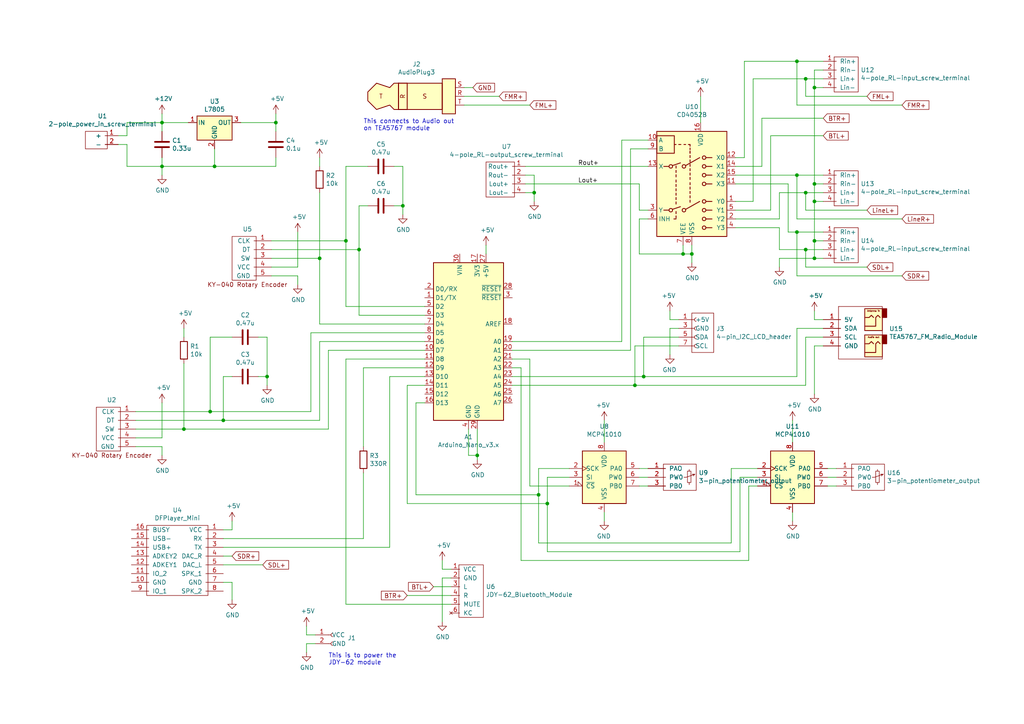
<source format=kicad_sch>
(kicad_sch (version 20211123) (generator eeschema)
  (paper "A4")
  (lib_symbols
    (symbol "Analog_Switch:CD4052B"
      (property "Reference" "U" (at -10.16 16.51 0))
      (property "Value" "CD4052B" (at 3.81 16.51 0))
      (symbol "CD4052B_0_1"
        (rectangle (start -10.16 8.89) (end -5.08 13.97) (stroke (width 0.254)))
        (rectangle (start -10.16 15.24) (end 10.16 -15.24) (stroke (width 0.254)) (fill (type background)))
        (circle (center -6.096 -7.62) (radius 0.508) (stroke (width 0.254)))
        (circle (center -6.096 5.08) (radius 0.508) (stroke (width 0.254)))
        (circle (center -2.286 -7.62) (radius 0.508) (stroke (width 0.254)))
        (circle (center -2.286 5.08) (radius 0.508) (stroke (width 0.254)))
        (polyline (pts (xy -8.128 -7.62) (xy -6.604 -7.62)) (stroke (width 0.254)))
        (polyline (pts (xy -8.128 5.08) (xy -6.604 5.08)) (stroke (width 0.254)))
        (polyline (pts (xy -5.588 -7.366) (xy -3.302 -6.604)) (stroke (width 0.254)))
        (polyline (pts (xy -5.588 5.334) (xy -3.302 6.096)) (stroke (width 0.254)))
        (polyline (pts (xy -4.572 -10.16) (xy -5.207 -10.16)) (stroke (width 0.254)))
        (polyline (pts (xy -4.572 -9.906) (xy -4.572 -9.271)) (stroke (width 0.254)))
        (polyline (pts (xy -4.572 -8.636) (xy -4.572 -8.001)) (stroke (width 0.254)))
        (polyline (pts (xy -4.572 -5.842) (xy -4.572 -5.207)) (stroke (width 0.254)))
        (polyline (pts (xy -4.572 -4.572) (xy -4.572 -3.937)) (stroke (width 0.254)))
        (polyline (pts (xy -4.572 -3.302) (xy -4.572 -2.667)) (stroke (width 0.254)))
        (polyline (pts (xy -4.572 -2.032) (xy -4.572 -1.397)) (stroke (width 0.254)))
        (polyline (pts (xy -4.572 -0.762) (xy -4.572 -0.127)) (stroke (width 0.254)))
        (polyline (pts (xy -4.572 0.508) (xy -4.572 1.143)) (stroke (width 0.254)))
        (polyline (pts (xy -4.572 2.032) (xy -4.572 2.667)) (stroke (width 0.254)))
        (polyline (pts (xy -4.572 3.302) (xy -4.572 3.937)) (stroke (width 0.254)))
        (polyline (pts (xy -4.572 4.572) (xy -4.572 5.207)) (stroke (width 0.254)))
        (polyline (pts (xy -4.572 11.43) (xy -5.08 11.43)) (stroke (width 0.254)))
        (polyline (pts (xy -3.81 11.43) (xy -3.175 11.43)) (stroke (width 0.254)))
        (polyline (pts (xy -1.778 -7.366) (xy 2.286 -5.08)) (stroke (width 0.254)))
        (polyline (pts (xy -1.778 5.334) (xy 2.286 7.62)) (stroke (width 0.254)))
        (polyline (pts (xy -1.778 11.43) (xy -2.286 11.43)) (stroke (width 0.254)))
        (polyline (pts (xy -0.508 -5.334) (xy -0.508 -4.699)) (stroke (width 0.254)))
        (polyline (pts (xy -0.508 -4.064) (xy -0.508 -3.429)) (stroke (width 0.254)))
        (polyline (pts (xy -0.508 -2.794) (xy -0.508 -2.159)) (stroke (width 0.254)))
        (polyline (pts (xy -0.508 -1.524) (xy -0.508 -0.889)) (stroke (width 0.254)))
        (polyline (pts (xy -0.508 -0.254) (xy -0.508 0.381)) (stroke (width 0.254)))
        (polyline (pts (xy -0.508 1.27) (xy -0.508 1.905)) (stroke (width 0.254)))
        (polyline (pts (xy -0.508 2.54) (xy -0.508 3.175)) (stroke (width 0.254)))
        (polyline (pts (xy -0.508 3.81) (xy -0.508 4.445)) (stroke (width 0.254)))
        (polyline (pts (xy -0.508 5.08) (xy -0.508 5.715)) (stroke (width 0.254)))
        (polyline (pts (xy -0.508 6.35) (xy -0.508 6.985)) (stroke (width 0.254)))
        (polyline (pts (xy -0.508 7.62) (xy -0.508 8.255)) (stroke (width 0.254)))
        (polyline (pts (xy -0.508 8.89) (xy -0.508 9.398)) (stroke (width 0.254)))
        (polyline (pts (xy -0.508 8.89) (xy -0.508 9.525)) (stroke (width 0.254)))
        (polyline (pts (xy -0.508 9.906) (xy -0.508 10.414)) (stroke (width 0.254)))
        (polyline (pts (xy -0.508 10.922) (xy -0.508 11.43)) (stroke (width 0.254)))
        (polyline (pts (xy -0.508 11.43) (xy -1.016 11.43)) (stroke (width 0.254)))
        (polyline (pts (xy 4.064 -12.7) (xy 5.842 -12.7)) (stroke (width 0.254)))
        (polyline (pts (xy 4.064 -10.16) (xy 5.842 -10.16)) (stroke (width 0.254)))
        (polyline (pts (xy 4.064 -7.62) (xy 5.842 -7.62)) (stroke (width 0.254)))
        (polyline (pts (xy 4.064 -5.08) (xy 5.842 -5.08)) (stroke (width 0.254)))
        (polyline (pts (xy 4.064 0) (xy 5.842 0)) (stroke (width 0.254)))
        (polyline (pts (xy 4.064 2.54) (xy 5.842 2.54)) (stroke (width 0.254)))
        (polyline (pts (xy 4.064 5.08) (xy 5.842 5.08)) (stroke (width 0.254)))
        (polyline (pts (xy 4.064 7.62) (xy 5.842 7.62)) (stroke (width 0.254)))
        (circle (center 3.556 -12.7) (radius 0.508) (stroke (width 0.254)))
        (circle (center 3.556 -10.16) (radius 0.508) (stroke (width 0.254)))
        (circle (center 3.556 -7.62) (radius 0.508) (stroke (width 0.254)))
        (circle (center 3.556 -5.08) (radius 0.508) (stroke (width 0.254)))
        (circle (center 3.556 0) (radius 0.508) (stroke (width 0.254)))
        (circle (center 3.556 2.54) (radius 0.508) (stroke (width 0.254)))
        (circle (center 3.556 5.08) (radius 0.508) (stroke (width 0.254)))
        (circle (center 3.556 7.62) (radius 0.508) (stroke (width 0.254)))
      )
      (symbol "CD4052B_1_1"
        (pin bidirectional line (at 12.7 -5.08 180) (length 2.54) (name "Y0") (number "1"))
        (pin input line (at -12.7 12.7 0) (length 2.54) (name "A") (number "10"))
        (pin bidirectional line (at 12.7 0 180) (length 2.54) (name "X3") (number "11"))
        (pin bidirectional line (at 12.7 7.62 180) (length 2.54) (name "X0") (number "12"))
        (pin bidirectional line (at -12.7 5.08 0) (length 2.54) (name "X") (number "13"))
        (pin bidirectional line (at 12.7 5.08 180) (length 2.54) (name "X1") (number "14"))
        (pin bidirectional line (at 12.7 2.54 180) (length 2.54) (name "X2") (number "15"))
        (pin power_in line (at 2.54 17.78 270) (length 2.54) (name "VDD") (number "16"))
        (pin bidirectional line (at 12.7 -10.16 180) (length 2.54) (name "Y2") (number "2"))
        (pin bidirectional line (at -12.7 -7.62 0) (length 2.54) (name "Y") (number "3"))
        (pin bidirectional line (at 12.7 -12.7 180) (length 2.54) (name "Y3") (number "4"))
        (pin bidirectional line (at 12.7 -7.62 180) (length 2.54) (name "Y1") (number "5"))
        (pin input line (at -12.7 -10.16 0) (length 2.54) (name "INH") (number "6"))
        (pin power_in line (at -2.54 -17.78 90) (length 2.54) (name "VEE") (number "7"))
        (pin power_in line (at 0 -17.78 90) (length 2.54) (name "VSS") (number "8"))
        (pin input line (at -12.7 10.16 0) (length 2.54) (name "B") (number "9"))
      )
    )
    (symbol "Connector:AudioPlug3"
      (property "Reference" "J" (at 1.27 6.35 0))
      (property "Value" "AudioPlug3" (at 1.27 -6.35 0))
      (symbol "AudioPlug3_0_0"
        (text "R" (at -2.54 0 900) (effects (font (size 1.27 1.27))))
      )
      (symbol "AudioPlug3_0_1"
        (rectangle (start -3.81 3.81) (end -1.27 -3.81) (stroke (width 0.254)))
        (rectangle (start -1.27 -1.27) (end -1.27 -1.27))
      )
      (symbol "AudioPlug3_1_0"
        (text "S" (at 3.81 0 0) (effects (font (size 1.27 1.27))))
        (text "T" (at -8.89 0 0) (effects (font (size 1.27 1.27))))
      )
      (symbol "AudioPlug3_1_1"
        (rectangle (start -3.81 3.81) (end 8.89 -3.81) (stroke (width 0.254)) (fill (type background)))
        (polyline (pts (xy -3.81 3.81) (xy -5.08 3.81) (xy -6.35 2.54) (xy -10.16 3.81) (xy -12.7 1.27) (xy -12.7 -1.27) (xy -10.16 -3.81) (xy -6.35 -2.54) (xy -5.08 -3.81) (xy -3.81 -3.81) (xy -3.81 3.81)) (stroke (width 0.254)) (fill (type background)))
        (rectangle (start 12.7 5.08) (end 8.89 -5.08) (stroke (width 0.254)) (fill (type background)))
        (pin passive line (at 15.24 0 180) (length 2.54) (name "~") (number "R"))
        (pin passive line (at 15.24 2.54 180) (length 2.54) (name "~") (number "S"))
        (pin passive line (at 15.24 -2.54 180) (length 2.54) (name "~") (number "T"))
      )
    )
    (symbol "Device:C" (pin_numbers hide) (pin_names (offset 0.254))
      (property "Reference" "C" (at 0.635 2.54 0))
      (property "Value" "C" (at 0.635 -2.54 0))
      (symbol "C_0_1"
        (polyline (pts (xy -2.032 -0.762) (xy 2.032 -0.762)) (stroke (width 0.508)))
        (polyline (pts (xy -2.032 0.762) (xy 2.032 0.762)) (stroke (width 0.508)))
      )
      (symbol "C_1_1"
        (pin passive line (at 0 3.81 270) (length 2.794) (name "~") (number "1"))
        (pin passive line (at 0 -3.81 90) (length 2.794) (name "~") (number "2"))
      )
    )
    (symbol "Device:R" (pin_numbers hide) (pin_names (offset 0))
      (property "Reference" "R" (at 2.032 0 90))
      (property "Value" "R" (at 0 0 90))
      (symbol "R_0_1"
        (rectangle (start -1.016 -2.54) (end 1.016 2.54) (stroke (width 0.254)))
      )
      (symbol "R_1_1"
        (pin passive line (at 0 3.81 270) (length 1.27) (name "~") (number "1"))
        (pin passive line (at 0 -3.81 90) (length 1.27) (name "~") (number "2"))
      )
    )
    (symbol "MCU_Module:Arduino_Nano_v3.x"
      (property "Reference" "A" (at -10.16 23.495 0))
      (property "Value" "Arduino_Nano_v3.x" (at 5.08 -24.13 0))
      (symbol "Arduino_Nano_v3.x_0_1"
        (rectangle (start -10.16 22.86) (end 10.16 -22.86) (stroke (width 0.254)) (fill (type background)))
      )
      (symbol "Arduino_Nano_v3.x_1_1"
        (pin bidirectional line (at -12.7 12.7 0) (length 2.54) (name "D1/TX") (number "1"))
        (pin bidirectional line (at -12.7 -2.54 0) (length 2.54) (name "D7") (number "10"))
        (pin bidirectional line (at -12.7 -5.08 0) (length 2.54) (name "D8") (number "11"))
        (pin bidirectional line (at -12.7 -7.62 0) (length 2.54) (name "D9") (number "12"))
        (pin bidirectional line (at -12.7 -10.16 0) (length 2.54) (name "D10") (number "13"))
        (pin bidirectional line (at -12.7 -12.7 0) (length 2.54) (name "D11") (number "14"))
        (pin bidirectional line (at -12.7 -15.24 0) (length 2.54) (name "D12") (number "15"))
        (pin bidirectional line (at -12.7 -17.78 0) (length 2.54) (name "D13") (number "16"))
        (pin power_out line (at 2.54 25.4 270) (length 2.54) (name "3V3") (number "17"))
        (pin input line (at 12.7 5.08 180) (length 2.54) (name "AREF") (number "18"))
        (pin bidirectional line (at 12.7 0 180) (length 2.54) (name "A0") (number "19"))
        (pin bidirectional line (at -12.7 15.24 0) (length 2.54) (name "D0/RX") (number "2"))
        (pin bidirectional line (at 12.7 -2.54 180) (length 2.54) (name "A1") (number "20"))
        (pin bidirectional line (at 12.7 -5.08 180) (length 2.54) (name "A2") (number "21"))
        (pin bidirectional line (at 12.7 -7.62 180) (length 2.54) (name "A3") (number "22"))
        (pin bidirectional line (at 12.7 -10.16 180) (length 2.54) (name "A4") (number "23"))
        (pin bidirectional line (at 12.7 -12.7 180) (length 2.54) (name "A5") (number "24"))
        (pin bidirectional line (at 12.7 -15.24 180) (length 2.54) (name "A6") (number "25"))
        (pin bidirectional line (at 12.7 -17.78 180) (length 2.54) (name "A7") (number "26"))
        (pin power_out line (at 5.08 25.4 270) (length 2.54) (name "+5V") (number "27"))
        (pin input line (at 12.7 15.24 180) (length 2.54) (name "~{RESET}") (number "28"))
        (pin power_in line (at 2.54 -25.4 90) (length 2.54) (name "GND") (number "29"))
        (pin input line (at 12.7 12.7 180) (length 2.54) (name "~{RESET}") (number "3"))
        (pin power_in line (at -2.54 25.4 270) (length 2.54) (name "VIN") (number "30"))
        (pin power_in line (at 0 -25.4 90) (length 2.54) (name "GND") (number "4"))
        (pin bidirectional line (at -12.7 10.16 0) (length 2.54) (name "D2") (number "5"))
        (pin bidirectional line (at -12.7 7.62 0) (length 2.54) (name "D3") (number "6"))
        (pin bidirectional line (at -12.7 5.08 0) (length 2.54) (name "D4") (number "7"))
        (pin bidirectional line (at -12.7 2.54 0) (length 2.54) (name "D5") (number "8"))
        (pin bidirectional line (at -12.7 0 0) (length 2.54) (name "D6") (number "9"))
      )
    )
    (symbol "My_Headers:2-pin_power_input_header" (pin_names (offset 1.016))
      (property "Reference" "J" (at 0 2.54 0))
      (symbol "2-pin_power_input_header_1_1"
        (arc (start 0 -2.032) (mid -0.508 -2.54) (end 0 -3.048) (stroke (width 0.1524)))
        (polyline (pts (xy -1.27 -2.54) (xy -0.508 -2.54)) (stroke (width 0.1524)))
        (polyline (pts (xy -1.27 0) (xy -0.508 0)) (stroke (width 0.1524)))
        (arc (start 0 0.508) (mid -0.508 0) (end 0 -0.508) (stroke (width 0.1524)))
        (pin power_out line (at -5.08 0 0) (length 3.81) (name "VCC") (number "1"))
        (pin power_out line (at -5.08 -2.54 0) (length 3.81) (name "GND") (number "2"))
      )
    )
    (symbol "My_Headers:3-pin_potentiometer_output" (pin_names (offset 1.016))
      (property "Reference" "U" (at 5.715 2.54 0))
      (property "Value" "3-pin_potentiometer_output" (at 5.08 -7.62 0))
      (symbol "3-pin_potentiometer_output_0_1"
        (polyline (pts (xy 11.938 -4.064) (xy 11.938 -4.699)))
        (polyline (pts (xy 11.938 -0.254) (xy 11.938 -0.762)))
        (polyline (pts (xy 12.827 -1.651) (xy 12.827 -1.651)))
        (polyline (pts (xy 13.589 -1.651) (xy 13.081 -2.159)))
        (polyline (pts (xy 10.414 -2.54) (xy 11.049 -2.54) (xy 13.589 -1.651) (xy 12.827 -1.651)))
        (polyline (pts (xy 4.445 1.27) (xy 13.97 1.27) (xy 13.97 -6.35) (xy 4.445 -6.35) (xy 4.445 1.27)))
        (polyline (pts (xy 11.43 -0.762) (xy 12.446 -0.762) (xy 12.446 -4.064) (xy 11.43 -4.064) (xy 11.43 -0.762)))
      )
      (symbol "3-pin_potentiometer_output_1_1"
        (pin input line (at 0 0 0) (length 5.08) (name "PAO") (number "1"))
        (pin output line (at 0 -2.54 0) (length 5.08) (name "PW0") (number "2"))
        (pin input line (at 0 -5.08 0) (length 5.08) (name "PB0") (number "3"))
      )
    )
    (symbol "My_Headers:4-pin_I2C_LCD_header" (pin_names (offset 1.016))
      (property "Reference" "J" (at 0 5.715 0))
      (property "Value" "4-pin_I2C_LCD_header" (at 0 -8.255 0))
      (symbol "4-pin_I2C_LCD_header_0_1"
        (rectangle (start -1.27 4.445) (end 5.08 -6.985))
      )
      (symbol "4-pin_I2C_LCD_header_1_1"
        (arc (start 0 -4.572) (mid -0.508 -5.08) (end 0 -5.588) (stroke (width 0.1524)))
        (arc (start 0 -2.032) (mid -0.508 -2.54) (end 0 -3.048) (stroke (width 0.1524)))
        (polyline (pts (xy -1.27 -5.08) (xy -0.508 -5.08)) (stroke (width 0.1524)))
        (polyline (pts (xy -1.27 -2.54) (xy -0.508 -2.54)) (stroke (width 0.1524)))
        (polyline (pts (xy -1.27 0) (xy -0.508 0)) (stroke (width 0.1524)))
        (polyline (pts (xy -1.27 2.54) (xy -0.508 2.54)) (stroke (width 0.1524)))
        (arc (start 0 0.508) (mid -0.508 0) (end 0 -0.508) (stroke (width 0.1524)))
        (arc (start 0 3.048) (mid -0.508 2.54) (end 0 2.032) (stroke (width 0.1524)))
        (pin power_in line (at -5.08 2.54 0) (length 3.81) (name "+5V") (number "1"))
        (pin power_in line (at -5.08 0 0) (length 3.81) (name "GND") (number "3"))
        (pin passive line (at -5.08 -2.54 0) (length 3.81) (name "SDA") (number "5"))
        (pin passive line (at -5.08 -5.08 0) (length 3.81) (name "SCL") (number "7"))
      )
    )
    (symbol "My_Parts:2-pole_power_in_screw_terminal" (pin_names (offset 1.016))
      (property "Reference" "U" (at 4.445 3.175 0))
      (property "Value" "2-pole_power_in_screw_terminal" (at 6.35 -5.715 0))
      (symbol "2-pole_power_in_screw_terminal_0_1"
        (rectangle (start 3.175 1.27) (end 9.525 -3.81))
      )
      (symbol "2-pole_power_in_screw_terminal_1_1"
        (pin power_in line (at 0 0 0) (length 3.81) (name "+") (number "1"))
        (pin power_in line (at 0 -2.54 0) (length 3.81) (name "-") (number "2"))
      )
    )
    (symbol "My_Parts:4-pole_RL-input_screw_terminal" (pin_names (offset 1.016))
      (property "Reference" "U" (at 4.445 3.175 0))
      (property "Value" "4-pole_RL-input_screw_terminal" (at 6.35 -10.795 0))
      (symbol "4-pole_RL-input_screw_terminal_0_1"
        (rectangle (start 3.175 1.27) (end 10.16 -8.89))
      )
      (symbol "4-pole_RL-input_screw_terminal_1_1"
        (pin input line (at 0 0 0) (length 3.81) (name "Rin+") (number "1"))
        (pin input line (at 0 -2.54 0) (length 3.81) (name "Rin-") (number "2"))
        (pin input line (at 0 -5.08 0) (length 3.81) (name "Lin+") (number "3"))
        (pin input line (at 0 -7.62 0) (length 3.81) (name "Lin-") (number "4"))
      )
    )
    (symbol "My_Parts:4-pole_RL-output_screw_terminal" (pin_names (offset 1.016))
      (property "Reference" "U" (at 4.445 3.175 0))
      (property "Value" "4-pole_RL-output_screw_terminal" (at 6.35 -10.795 0))
      (symbol "4-pole_RL-output_screw_terminal_0_1"
        (rectangle (start 3.175 1.27) (end 11.43 -8.89))
      )
      (symbol "4-pole_RL-output_screw_terminal_1_1"
        (pin output line (at 0 0 0) (length 3.81) (name "Rout+") (number "1"))
        (pin output line (at 0 -2.54 0) (length 3.81) (name "Rout-") (number "2"))
        (pin output line (at 0 -5.08 0) (length 3.81) (name "Lout+") (number "3"))
        (pin output line (at 0 -7.62 0) (length 3.81) (name "Lout-") (number "4"))
      )
    )
    (symbol "My_Parts:DFPlayer_Mini" (pin_names (offset 1.016))
      (property "Reference" "U" (at 6.985 2.54 0))
      (property "Value" "DFPlayer_Mini" (at 12.7 -20.955 0))
      (symbol "DFPlayer_Mini_0_1"
        (polyline (pts (xy 4.445 1.27) (xy 4.445 -19.05) (xy 22.225 -19.05) (xy 22.225 1.27) (xy 4.445 1.27)))
      )
      (symbol "DFPlayer_Mini_1_1"
        (pin power_in line (at 0 0 0) (length 5.08) (name "VCC") (number "1"))
        (pin power_in line (at 26.67 -15.24 180) (length 5.08) (name "GND") (number "10"))
        (pin input line (at 26.67 -12.7 180) (length 5.08) (name "IO_2") (number "11"))
        (pin input line (at 26.67 -10.16 180) (length 5.08) (name "ADKEY1") (number "12"))
        (pin input line (at 26.67 -7.62 180) (length 5.08) (name "ADKEY2") (number "13"))
        (pin bidirectional line (at 26.67 -5.08 180) (length 5.08) (name "USB+") (number "14"))
        (pin bidirectional line (at 26.67 -2.54 180) (length 5.08) (name "USB-") (number "15"))
        (pin output line (at 26.67 0 180) (length 5.08) (name "BUSY") (number "16"))
        (pin input line (at 0 -2.54 0) (length 5.08) (name "RX") (number "2"))
        (pin output line (at 0 -5.08 0) (length 5.08) (name "TX") (number "3"))
        (pin output line (at 0 -7.62 0) (length 5.08) (name "DAC_R") (number "4"))
        (pin output line (at 0 -10.16 0) (length 5.08) (name "DAC_L") (number "5"))
        (pin output line (at 0 -12.7 0) (length 5.08) (name "SPK_1") (number "6"))
        (pin power_in line (at 0 -15.24 0) (length 5.08) (name "GND") (number "7"))
        (pin output line (at 0 -17.78 0) (length 5.08) (name "SPK_2") (number "8"))
        (pin input line (at 26.67 -17.78 180) (length 5.08) (name "IO_1") (number "9"))
      )
    )
    (symbol "My_Parts:JDY-62_Bluetooth_Module" (pin_names (offset 1.016))
      (property "Reference" "U" (at 3.302 2.286 0))
      (property "Value" "JDY-62_Bluetooth_Module" (at 6.096 -15.494 0))
      (symbol "JDY-62_Bluetooth_Module_0_1"
        (polyline (pts (xy 2.286 1.27) (xy 2.286 -13.97) (xy 9.398 -13.97) (xy 9.398 1.27) (xy 2.286 1.27)))
      )
      (symbol "JDY-62_Bluetooth_Module_1_1"
        (pin power_in line (at 0 0 0) (length 2.54) (name "VCC") (number "1"))
        (pin power_in line (at 0 -2.54 0) (length 2.54) (name "GND") (number "2"))
        (pin output line (at 0 -5.08 0) (length 2.54) (name "L") (number "3"))
        (pin output line (at 0 -7.62 0) (length 2.54) (name "R") (number "4"))
        (pin output line (at 0 -10.16 0) (length 2.54) (name "MUTE") (number "5"))
        (pin no_connect line (at 0 -12.7 0) (length 2.54) (name "KC") (number "6"))
      )
    )
    (symbol "My_Parts:KY-040_Rotary_Encoder" (pin_names (offset 1.016))
      (property "Reference" "U" (at 0.635 2.54 0))
      (symbol "KY-040_Rotary_Encoder_0_0"
        (text "KY-040 Rotary Encoder" (at 1.905 -12.7 0) (effects (font (size 1.27 1.27))))
      )
      (symbol "KY-040_Rotary_Encoder_0_1"
        (rectangle (start -0.635 -11.43) (end 6.35 1.27))
      )
      (symbol "KY-040_Rotary_Encoder_1_1"
        (pin output line (at -5.08 0 0) (length 5.08) (name "CLK") (number "1"))
        (pin output line (at -5.08 -2.54 0) (length 5.08) (name "DT") (number "2"))
        (pin output line (at -5.08 -5.08 0) (length 5.08) (name "SW") (number "3"))
        (pin power_in line (at -5.08 -7.62 0) (length 5.08) (name "VCC") (number "4"))
        (pin power_in line (at -5.08 -10.16 0) (length 5.08) (name "GND") (number "5"))
      )
    )
    (symbol "My_Parts:TEA5767_FM_Radio_Module" (pin_names (offset 1.016))
      (property "Reference" "U" (at 6.35 5.08 0))
      (property "Value" "TEA5767_FM_Radio_Module" (at 9.525 -13.335 0))
      (symbol "TEA5767_FM_Radio_Module_0_0"
        (text "Antenna in" (at 14.605 2.54 0) (effects (font (size 0.4572 0.4572))))
        (text "Audio out" (at 14.605 -5.08 0) (effects (font (size 0.4572 0.4572))))
      )
      (symbol "TEA5767_FM_Radio_Module_0_1"
        (polyline (pts (xy 17.145 -4.445) (xy 17.145 -3.175)))
        (polyline (pts (xy 17.145 3.175) (xy 17.145 3.81) (xy 4.445 3.81)))
        (polyline (pts (xy 4.445 3.81) (xy 4.445 -11.43) (xy 17.145 -11.43) (xy 17.145 -10.795)))
      )
      (symbol "TEA5767_FM_Radio_Module_1_1"
        (polyline (pts (xy 14.605 -6.985) (xy 13.97 -6.35) (xy 13.335 -6.985) (xy 12.065 -6.985)) (stroke (width 0.254)))
        (polyline (pts (xy 14.605 0.635) (xy 13.97 1.27) (xy 13.335 0.635) (xy 12.065 0.635)) (stroke (width 0.254)))
        (polyline (pts (xy 12.065 -9.525) (xy 15.24 -9.525) (xy 15.24 -6.985) (xy 15.875 -6.35) (xy 16.51 -6.985)) (stroke (width 0.254)))
        (polyline (pts (xy 12.065 -1.905) (xy 15.24 -1.905) (xy 15.24 0.635) (xy 15.875 1.27) (xy 16.51 0.635)) (stroke (width 0.254)))
        (rectangle (start 12.065 -10.795) (end 17.145 -4.445) (stroke (width 0.254)) (fill (type background)))
        (rectangle (start 12.065 -3.175) (end 17.145 3.175) (stroke (width 0.254)) (fill (type background)))
        (rectangle (start 17.145 -4.445) (end 18.415 -6.985) (stroke (width 0.254)) (fill (type outline)))
        (rectangle (start 17.145 3.175) (end 18.415 0.635) (stroke (width 0.254)) (fill (type outline)))
        (pin power_in line (at 0 0 0) (length 5.08) (name "5V") (number "1"))
        (pin bidirectional line (at 0 -2.54 0) (length 5.08) (name "SDA") (number "2"))
        (pin bidirectional line (at 0 -5.08 0) (length 5.08) (name "SCL") (number "3"))
        (pin power_in line (at 0 -7.62 0) (length 5.08) (name "GND") (number "4"))
      )
    )
    (symbol "Potentiometer_Digital:MCP41010" (pin_names (offset 1.016))
      (property "Reference" "U" (at -6.35 8.89 0))
      (property "Value" "MCP41010" (at 1.27 8.89 0))
      (symbol "MCP41010_0_1"
        (rectangle (start -6.35 7.62) (end 6.35 -7.62) (stroke (width 0.254)) (fill (type background)))
      )
      (symbol "MCP41010_1_1"
        (pin input input_low (at -10.16 -2.54 0) (length 3.81) (name "~{CS}") (number "1"))
        (pin passive clock (at -10.16 2.54 0) (length 3.81) (name "SCK") (number "2"))
        (pin input line (at -10.16 0 0) (length 3.81) (name "SI") (number "3"))
        (pin power_in line (at 0 -10.16 90) (length 2.54) (name "VSS") (number "4"))
        (pin passive line (at 10.16 2.54 180) (length 3.81) (name "PA0") (number "5"))
        (pin passive line (at 10.16 0 180) (length 3.81) (name "PW0") (number "6"))
        (pin passive line (at 10.16 -2.54 180) (length 3.81) (name "PB0") (number "7"))
        (pin power_in line (at 0 10.16 270) (length 2.54) (name "VDD") (number "8"))
      )
    )
    (symbol "Regulator_Linear:L7805" (pin_names (offset 0.254))
      (property "Reference" "U" (at -3.81 3.175 0))
      (property "Value" "L7805" (at 0 3.175 0))
      (symbol "L7805_0_1"
        (rectangle (start -5.08 1.905) (end 5.08 -5.08) (stroke (width 0.254)) (fill (type background)))
      )
      (symbol "L7805_1_1"
        (pin power_in line (at -7.62 0 0) (length 2.54) (name "IN") (number "1"))
        (pin power_in line (at 0 -7.62 90) (length 2.54) (name "GND") (number "2"))
        (pin power_out line (at 7.62 0 180) (length 2.54) (name "OUT") (number "3"))
      )
    )
    (symbol "power:+12V" (power) (pin_names (offset 0))
      (property "Value" "+12V" (at 0 3.556 0))
      (symbol "+12V_0_1"
        (polyline (pts (xy -0.762 1.27) (xy 0 2.54)))
        (polyline (pts (xy 0 0) (xy 0 2.54)))
        (polyline (pts (xy 0 2.54) (xy 0.762 1.27)))
      )
      (symbol "+12V_1_1"
        (pin power_in line (at 0 0 90) (length 0) hide (name "+12V") (number "1"))
      )
    )
    (symbol "power:+5V" (power) (pin_names (offset 0))
      (property "Value" "+5V" (at 0 3.556 0))
      (symbol "+5V_0_1"
        (polyline (pts (xy -0.762 1.27) (xy 0 2.54)))
        (polyline (pts (xy 0 0) (xy 0 2.54)))
        (polyline (pts (xy 0 2.54) (xy 0.762 1.27)))
      )
      (symbol "+5V_1_1"
        (pin power_in line (at 0 0 90) (length 0) hide (name "+5V") (number "1"))
      )
    )
    (symbol "power:GND" (power) (pin_names (offset 0))
      (property "Value" "GND" (at 0 -3.81 0))
      (symbol "GND_0_1"
        (polyline (pts (xy 0 0) (xy 0 -1.27) (xy 1.27 -1.27) (xy 0 -2.54) (xy -1.27 -1.27) (xy 0 -1.27)))
      )
      (symbol "GND_1_1"
        (pin power_in line (at 0 0 270) (length 0) hide (name "GND") (number "1"))
      )
    )
  )
  (junction (at 233.68 55.88))
  (junction (at 158.75 146.05))
  (junction (at 231.14 67.31))
  (junction (at 92.71 74.93))
  (junction (at 53.34 124.46))
  (junction (at 198.12 73.66))
  (junction (at 236.22 58.42))
  (junction (at 156.21 143.51))
  (junction (at 233.68 72.39))
  (junction (at 116.84 59.69))
  (junction (at 100.33 69.85))
  (junction (at 233.68 22.86))
  (junction (at 64.77 121.92))
  (junction (at 200.66 73.66))
  (junction (at 154.94 55.88))
  (junction (at 62.23 48.26))
  (junction (at 186.69 109.22))
  (junction (at 80.01 35.56))
  (junction (at 231.14 50.8))
  (junction (at 236.22 53.34))
  (junction (at 104.14 72.39))
  (junction (at 77.47 109.22))
  (junction (at 231.14 17.78))
  (junction (at 236.22 69.85))
  (junction (at 46.99 35.56))
  (junction (at 236.22 25.4))
  (junction (at 138.43 132.08))
  (junction (at 60.96 119.38))
  (junction (at 236.22 74.93))
  (junction (at 46.99 48.26))
  (junction (at 184.15 111.76))
  (wire (pts (xy 67.31 168.91) (xy 67.31 173.99)))
  (wire (pts (xy 187.96 60.96) (xy 185.42 60.96)))
  (wire (pts (xy 236.22 74.93) (xy 226.06 74.93)))
  (wire (pts (xy 128.27 165.1) (xy 128.27 162.56)))
  (wire (pts (xy 238.76 69.85) (xy 236.22 69.85)))
  (wire (pts (xy 90.17 96.52) (xy 90.17 119.38)))
  (wire (pts (xy 175.26 128.27) (xy 175.26 121.92)))
  (wire (pts (xy 46.99 48.26) (xy 62.23 48.26)))
  (wire (pts (xy 74.93 109.22) (xy 77.47 109.22)))
  (wire (pts (xy 236.22 100.33) (xy 236.22 114.3)))
  (wire (pts (xy 223.52 39.37) (xy 238.76 39.37)))
  (wire (pts (xy 86.36 77.47) (xy 86.36 67.31)))
  (wire (pts (xy 238.76 25.4) (xy 236.22 25.4)))
  (wire (pts (xy 217.17 140.97) (xy 217.17 162.56)))
  (wire (pts (xy 36.83 48.26) (xy 46.99 48.26)))
  (wire (pts (xy 233.68 111.76) (xy 184.15 111.76)))
  (wire (pts (xy 53.34 97.79) (xy 53.34 95.25)))
  (wire (pts (xy 180.34 99.06) (xy 180.34 40.64)))
  (wire (pts (xy 238.76 20.32) (xy 236.22 20.32)))
  (wire (pts (xy 39.37 124.46) (xy 53.34 124.46)))
  (wire (pts (xy 64.77 109.22) (xy 64.77 121.92)))
  (wire (pts (xy 236.22 58.42) (xy 236.22 69.85)))
  (wire (pts (xy 36.83 41.91) (xy 36.83 48.26)))
  (wire (pts (xy 116.84 48.26) (xy 114.3 48.26)))
  (wire (pts (xy 229.87 128.27) (xy 229.87 121.92)))
  (wire (pts (xy 184.15 111.76) (xy 184.15 100.33)))
  (wire (pts (xy 134.62 27.94) (xy 144.78 27.94)))
  (wire (pts (xy 113.03 109.22) (xy 123.19 109.22)))
  (wire (pts (xy 185.42 73.66) (xy 185.42 63.5)))
  (wire (pts (xy 92.71 93.98) (xy 123.19 93.98)))
  (wire (pts (xy 123.19 96.52) (xy 90.17 96.52)))
  (wire (pts (xy 187.96 140.97) (xy 185.42 140.97)))
  (wire (pts (xy 116.84 59.69) (xy 116.84 48.26)))
  (wire (pts (xy 213.36 53.34) (xy 228.6 53.34)))
  (wire (pts (xy 64.77 161.29) (xy 67.31 161.29)))
  (wire (pts (xy 64.77 158.75) (xy 113.03 158.75)))
  (wire (pts (xy 130.81 172.72) (xy 118.11 172.72)))
  (wire (pts (xy 140.97 73.66) (xy 140.97 71.12)))
  (wire (pts (xy 80.01 48.26) (xy 80.01 45.72)))
  (wire (pts (xy 152.4 50.8) (xy 154.94 50.8)))
  (wire (pts (xy 231.14 63.5) (xy 261.62 63.5)))
  (wire (pts (xy 78.74 72.39) (xy 104.14 72.39)))
  (wire (pts (xy 198.12 73.66) (xy 200.66 73.66)))
  (wire (pts (xy 64.77 153.67) (xy 67.31 153.67)))
  (wire (pts (xy 219.71 138.43) (xy 214.63 138.43)))
  (wire (pts (xy 200.66 73.66) (xy 200.66 76.2)))
  (wire (pts (xy 182.88 101.6) (xy 148.59 101.6)))
  (wire (pts (xy 236.22 74.93) (xy 238.76 74.93)))
  (wire (pts (xy 91.44 184.15) (xy 88.9 184.15)))
  (wire (pts (xy 238.76 97.79) (xy 233.68 97.79)))
  (wire (pts (xy 231.14 67.31) (xy 231.14 80.01)))
  (wire (pts (xy 91.44 186.69) (xy 88.9 186.69)))
  (wire (pts (xy 186.69 109.22) (xy 186.69 97.79)))
  (wire (pts (xy 113.03 158.75) (xy 113.03 109.22)))
  (wire (pts (xy 214.63 138.43) (xy 214.63 160.02)))
  (wire (pts (xy 105.41 106.68) (xy 123.19 106.68)))
  (wire (pts (xy 218.44 58.42) (xy 218.44 22.86)))
  (wire (pts (xy 39.37 127) (xy 46.99 127)))
  (wire (pts (xy 78.74 80.01) (xy 86.36 80.01)))
  (wire (pts (xy 196.85 95.25) (xy 194.31 95.25)))
  (wire (pts (xy 213.36 66.04) (xy 226.06 66.04)))
  (wire (pts (xy 231.14 17.78) (xy 238.76 17.78)))
  (wire (pts (xy 46.99 127) (xy 46.99 116.84)))
  (wire (pts (xy 60.96 119.38) (xy 90.17 119.38)))
  (wire (pts (xy 134.62 25.4) (xy 137.16 25.4)))
  (wire (pts (xy 154.94 55.88) (xy 154.94 58.42)))
  (wire (pts (xy 212.09 157.48) (xy 156.21 157.48)))
  (wire (pts (xy 217.17 162.56) (xy 151.13 162.56)))
  (wire (pts (xy 46.99 45.72) (xy 46.99 48.26)))
  (wire (pts (xy 62.23 43.18) (xy 62.23 48.26)))
  (wire (pts (xy 77.47 109.22) (xy 77.47 97.79)))
  (wire (pts (xy 198.12 71.12) (xy 198.12 73.66)))
  (wire (pts (xy 175.26 148.59) (xy 175.26 151.13)))
  (wire (pts (xy 194.31 95.25) (xy 194.31 102.87)))
  (wire (pts (xy 184.15 111.76) (xy 148.59 111.76)))
  (wire (pts (xy 153.67 140.97) (xy 153.67 104.14)))
  (wire (pts (xy 106.68 59.69) (xy 104.14 59.69)))
  (wire (pts (xy 46.99 35.56) (xy 46.99 38.1)))
  (wire (pts (xy 218.44 22.86) (xy 233.68 22.86)))
  (wire (pts (xy 128.27 167.64) (xy 128.27 180.34)))
  (wire (pts (xy 34.29 41.91) (xy 36.83 41.91)))
  (wire (pts (xy 60.96 97.79) (xy 60.96 119.38)))
  (wire (pts (xy 233.68 60.96) (xy 251.46 60.96)))
  (wire (pts (xy 67.31 153.67) (xy 67.31 151.13)))
  (wire (pts (xy 213.36 60.96) (xy 223.52 60.96)))
  (wire (pts (xy 233.68 97.79) (xy 233.68 111.76)))
  (wire (pts (xy 92.71 99.06) (xy 123.19 99.06)))
  (wire (pts (xy 86.36 80.01) (xy 86.36 82.55)))
  (wire (pts (xy 105.41 156.21) (xy 105.41 137.16)))
  (wire (pts (xy 180.34 40.64) (xy 187.96 40.64)))
  (wire (pts (xy 238.76 58.42) (xy 236.22 58.42)))
  (wire (pts (xy 231.14 17.78) (xy 231.14 30.48)))
  (wire (pts (xy 182.88 43.18) (xy 182.88 101.6)))
  (wire (pts (xy 80.01 35.56) (xy 80.01 38.1)))
  (wire (pts (xy 215.9 45.72) (xy 215.9 17.78)))
  (wire (pts (xy 231.14 109.22) (xy 186.69 109.22)))
  (wire (pts (xy 185.42 60.96) (xy 185.42 53.34)))
  (wire (pts (xy 226.06 63.5) (xy 226.06 55.88)))
  (wire (pts (xy 100.33 69.85) (xy 100.33 88.9)))
  (wire (pts (xy 187.96 43.18) (xy 182.88 43.18)))
  (wire (pts (xy 220.98 34.29) (xy 238.76 34.29)))
  (wire (pts (xy 233.68 55.88) (xy 238.76 55.88)))
  (wire (pts (xy 130.81 167.64) (xy 128.27 167.64)))
  (wire (pts (xy 203.2 35.56) (xy 203.2 27.94)))
  (wire (pts (xy 238.76 92.71) (xy 236.22 92.71)))
  (wire (pts (xy 77.47 97.79) (xy 74.93 97.79)))
  (wire (pts (xy 105.41 129.54) (xy 105.41 106.68)))
  (wire (pts (xy 212.09 135.89) (xy 212.09 157.48)))
  (wire (pts (xy 92.71 48.26) (xy 92.71 45.72)))
  (wire (pts (xy 226.06 55.88) (xy 233.68 55.88)))
  (wire (pts (xy 236.22 92.71) (xy 236.22 90.17)))
  (wire (pts (xy 194.31 92.71) (xy 194.31 90.17)))
  (wire (pts (xy 187.96 135.89) (xy 185.42 135.89)))
  (wire (pts (xy 106.68 48.26) (xy 100.33 48.26)))
  (wire (pts (xy 165.1 135.89) (xy 156.21 135.89)))
  (wire (pts (xy 64.77 163.83) (xy 76.2 163.83)))
  (wire (pts (xy 158.75 146.05) (xy 158.75 160.02)))
  (wire (pts (xy 100.33 175.26) (xy 100.33 104.14)))
  (wire (pts (xy 138.43 132.08) (xy 138.43 133.35)))
  (wire (pts (xy 236.22 53.34) (xy 236.22 58.42)))
  (wire (pts (xy 229.87 148.59) (xy 229.87 151.13)))
  (wire (pts (xy 78.74 69.85) (xy 100.33 69.85)))
  (wire (pts (xy 104.14 59.69) (xy 104.14 72.39)))
  (wire (pts (xy 88.9 186.69) (xy 88.9 189.23)))
  (wire (pts (xy 233.68 72.39) (xy 233.68 77.47)))
  (wire (pts (xy 62.23 48.26) (xy 80.01 48.26)))
  (wire (pts (xy 39.37 129.54) (xy 46.99 129.54)))
  (wire (pts (xy 64.77 156.21) (xy 105.41 156.21)))
  (wire (pts (xy 92.71 121.92) (xy 92.71 99.06)))
  (wire (pts (xy 156.21 135.89) (xy 156.21 143.51)))
  (wire (pts (xy 54.61 35.56) (xy 46.99 35.56)))
  (wire (pts (xy 130.81 165.1) (xy 128.27 165.1)))
  (wire (pts (xy 151.13 106.68) (xy 148.59 106.68)))
  (wire (pts (xy 228.6 53.34) (xy 228.6 67.31)))
  (wire (pts (xy 213.36 63.5) (xy 226.06 63.5)))
  (wire (pts (xy 196.85 97.79) (xy 186.69 97.79)))
  (wire (pts (xy 233.68 77.47) (xy 251.46 77.47)))
  (wire (pts (xy 78.74 77.47) (xy 86.36 77.47)))
  (wire (pts (xy 242.57 135.89) (xy 240.03 135.89)))
  (wire (pts (xy 219.71 135.89) (xy 212.09 135.89)))
  (wire (pts (xy 154.94 50.8) (xy 154.94 55.88)))
  (wire (pts (xy 100.33 48.26) (xy 100.33 69.85)))
  (wire (pts (xy 228.6 67.31) (xy 231.14 67.31)))
  (wire (pts (xy 231.14 30.48) (xy 261.62 30.48)))
  (wire (pts (xy 77.47 109.22) (xy 77.47 111.76)))
  (wire (pts (xy 226.06 74.93) (xy 226.06 77.47)))
  (wire (pts (xy 236.22 20.32) (xy 236.22 25.4)))
  (wire (pts (xy 95.25 124.46) (xy 95.25 101.6)))
  (wire (pts (xy 80.01 33.02) (xy 80.01 35.56)))
  (wire (pts (xy 53.34 124.46) (xy 53.34 105.41)))
  (wire (pts (xy 100.33 104.14) (xy 123.19 104.14)))
  (wire (pts (xy 214.63 160.02) (xy 158.75 160.02)))
  (wire (pts (xy 36.83 35.56) (xy 46.99 35.56)))
  (wire (pts (xy 67.31 109.22) (xy 64.77 109.22)))
  (wire (pts (xy 135.89 124.46) (xy 135.89 132.08)))
  (wire (pts (xy 226.06 72.39) (xy 233.68 72.39)))
  (wire (pts (xy 226.06 66.04) (xy 226.06 72.39)))
  (wire (pts (xy 138.43 124.46) (xy 138.43 132.08)))
  (wire (pts (xy 154.94 55.88) (xy 152.4 55.88)))
  (wire (pts (xy 200.66 71.12) (xy 200.66 73.66)))
  (wire (pts (xy 120.65 143.51) (xy 156.21 143.51)))
  (wire (pts (xy 213.36 48.26) (xy 220.98 48.26)))
  (wire (pts (xy 238.76 100.33) (xy 236.22 100.33)))
  (wire (pts (xy 46.99 48.26) (xy 46.99 50.8)))
  (wire (pts (xy 196.85 100.33) (xy 184.15 100.33)))
  (wire (pts (xy 100.33 88.9) (xy 123.19 88.9)))
  (wire (pts (xy 165.1 138.43) (xy 158.75 138.43)))
  (wire (pts (xy 153.67 104.14) (xy 148.59 104.14)))
  (wire (pts (xy 233.68 22.86) (xy 238.76 22.86)))
  (wire (pts (xy 231.14 50.8) (xy 238.76 50.8)))
  (wire (pts (xy 236.22 69.85) (xy 236.22 74.93)))
  (wire (pts (xy 118.11 146.05) (xy 158.75 146.05)))
  (wire (pts (xy 88.9 184.15) (xy 88.9 181.61)))
  (wire (pts (xy 213.36 58.42) (xy 218.44 58.42)))
  (wire (pts (xy 196.85 92.71) (xy 194.31 92.71)))
  (wire (pts (xy 125.73 170.18) (xy 130.81 170.18)))
  (wire (pts (xy 213.36 50.8) (xy 231.14 50.8)))
  (wire (pts (xy 95.25 101.6) (xy 123.19 101.6)))
  (wire (pts (xy 165.1 140.97) (xy 153.67 140.97)))
  (wire (pts (xy 120.65 116.84) (xy 120.65 143.51)))
  (wire (pts (xy 67.31 97.79) (xy 60.96 97.79)))
  (wire (pts (xy 104.14 72.39) (xy 104.14 91.44)))
  (wire (pts (xy 114.3 59.69) (xy 116.84 59.69)))
  (wire (pts (xy 148.59 99.06) (xy 180.34 99.06)))
  (wire (pts (xy 123.19 116.84) (xy 120.65 116.84)))
  (wire (pts (xy 53.34 124.46) (xy 95.25 124.46)))
  (wire (pts (xy 116.84 59.69) (xy 116.84 62.23)))
  (wire (pts (xy 158.75 138.43) (xy 158.75 146.05)))
  (wire (pts (xy 185.42 63.5) (xy 187.96 63.5)))
  (wire (pts (xy 78.74 74.93) (xy 92.71 74.93)))
  (wire (pts (xy 231.14 67.31) (xy 238.76 67.31)))
  (wire (pts (xy 152.4 48.26) (xy 187.96 48.26)))
  (wire (pts (xy 156.21 143.51) (xy 156.21 157.48)))
  (wire (pts (xy 69.85 35.56) (xy 80.01 35.56)))
  (wire (pts (xy 64.77 121.92) (xy 92.71 121.92)))
  (wire (pts (xy 92.71 74.93) (xy 92.71 93.98)))
  (wire (pts (xy 123.19 111.76) (xy 118.11 111.76)))
  (wire (pts (xy 198.12 73.66) (xy 185.42 73.66)))
  (wire (pts (xy 135.89 132.08) (xy 138.43 132.08)))
  (wire (pts (xy 220.98 48.26) (xy 220.98 34.29)))
  (wire (pts (xy 231.14 95.25) (xy 231.14 109.22)))
  (wire (pts (xy 39.37 121.92) (xy 64.77 121.92)))
  (wire (pts (xy 219.71 140.97) (xy 217.17 140.97)))
  (wire (pts (xy 231.14 80.01) (xy 261.62 80.01)))
  (wire (pts (xy 238.76 95.25) (xy 231.14 95.25)))
  (wire (pts (xy 46.99 129.54) (xy 46.99 132.08)))
  (wire (pts (xy 233.68 55.88) (xy 233.68 60.96)))
  (wire (pts (xy 34.29 39.37) (xy 36.83 39.37)))
  (wire (pts (xy 39.37 119.38) (xy 60.96 119.38)))
  (wire (pts (xy 242.57 138.43) (xy 240.03 138.43)))
  (wire (pts (xy 242.57 140.97) (xy 240.03 140.97)))
  (wire (pts (xy 233.68 72.39) (xy 238.76 72.39)))
  (wire (pts (xy 185.42 138.43) (xy 187.96 138.43)))
  (wire (pts (xy 92.71 74.93) (xy 92.71 55.88)))
  (wire (pts (xy 134.62 30.48) (xy 153.67 30.48)))
  (wire (pts (xy 213.36 45.72) (xy 215.9 45.72)))
  (wire (pts (xy 185.42 53.34) (xy 152.4 53.34)))
  (wire (pts (xy 118.11 111.76) (xy 118.11 146.05)))
  (wire (pts (xy 223.52 60.96) (xy 223.52 39.37)))
  (wire (pts (xy 151.13 162.56) (xy 151.13 106.68)))
  (wire (pts (xy 130.81 175.26) (xy 100.33 175.26)))
  (wire (pts (xy 186.69 109.22) (xy 148.59 109.22)))
  (wire (pts (xy 64.77 168.91) (xy 67.31 168.91)))
  (wire (pts (xy 233.68 22.86) (xy 233.68 27.94)))
  (wire (pts (xy 231.14 50.8) (xy 231.14 63.5)))
  (wire (pts (xy 215.9 17.78) (xy 231.14 17.78)))
  (wire (pts (xy 233.68 27.94) (xy 251.46 27.94)))
  (wire (pts (xy 238.76 53.34) (xy 236.22 53.34)))
  (wire (pts (xy 46.99 35.56) (xy 46.99 33.02)))
  (wire (pts (xy 236.22 25.4) (xy 236.22 53.34)))
  (wire (pts (xy 104.14 91.44) (xy 123.19 91.44)))
  (wire (pts (xy 36.83 39.37) (xy 36.83 35.56)))
  (text "This connects to Audio out\non TEA5767 module" (at 105.41 38.1 0) (effects (font (size 1.27 1.27)) (justify left bottom)))
  (text "This is to power the \nJDY-62 module" (at 95.25 193.04 0) (effects (font (size 1.27 1.27)) (justify left bottom)))
  (label "Lout+" (at 167.64 53.34 0))
  (label "Rout+" (at 167.64 48.26 0))
  (global_label "SDL+" (shape input) (at 76.2 163.83 0) (property "Intersheet References" "${INTERSHEET_REFS}" (effects hide)))
  (global_label "FML+" (shape input) (at 251.46 27.94 0) (property "Intersheet References" "${INTERSHEET_REFS}" (effects hide)))
  (global_label "SDL+" (shape input) (at 251.46 77.47 0) (property "Intersheet References" "${INTERSHEET_REFS}" (effects hide)))
  (global_label "BTL+" (shape input) (at 238.76 39.37 0) (property "Intersheet References" "${INTERSHEET_REFS}" (effects hide)))
  (global_label "LineL+" (shape input) (at 251.46 60.96 0) (property "Intersheet References" "${INTERSHEET_REFS}" (effects hide)))
  (global_label "LineR+" (shape input) (at 261.62 63.5 0) (property "Intersheet References" "${INTERSHEET_REFS}" (effects hide)))
  (global_label "BTL+" (shape input) (at 125.73 170.18 180) (property "Intersheet References" "${INTERSHEET_REFS}" (effects hide)))
  (global_label "FMR+" (shape input) (at 261.62 30.48 0) (property "Intersheet References" "${INTERSHEET_REFS}" (effects hide)))
  (global_label "SDR+" (shape input) (at 261.62 80.01 0) (property "Intersheet References" "${INTERSHEET_REFS}" (effects hide)))
  (global_label "BTR+" (shape input) (at 118.11 172.72 180) (property "Intersheet References" "${INTERSHEET_REFS}" (effects hide)))
  (global_label "GND" (shape input) (at 137.16 25.4 0) (property "Intersheet References" "${INTERSHEET_REFS}" (effects hide)))
  (global_label "BTR+" (shape input) (at 238.76 34.29 0) (property "Intersheet References" "${INTERSHEET_REFS}" (effects hide)))
  (global_label "SDR+" (shape input) (at 67.31 161.29 0) (property "Intersheet References" "${INTERSHEET_REFS}" (effects hide)))
  (global_label "FMR+" (shape input) (at 144.78 27.94 0) (property "Intersheet References" "${INTERSHEET_REFS}" (effects hide)))
  (global_label "FML+" (shape input) (at 153.67 30.48 0) (property "Intersheet References" "${INTERSHEET_REFS}" (effects hide)))
  (symbol (lib_id "Analog_Switch:CD4052B") (at 200.66 53.34 0) (unit 1)
    (property "Reference" "U10" (at 200.66 30.9626 0))
    (property "Value" "CD4052B" (at 200.66 33.274 0))
    (property "Footprint" "My_Misc:DIP-16_W7.62mm_larger" (effects hide))
    (property "Datasheet" "http://www.ti.com/lit/ds/symlink/cd4052b.pdf" (effects hide))
  )
  (symbol (lib_id "Potentiometer_Digital:MCP41010") (at 175.26 138.43 0) (unit 1)
    (property "Reference" "U8" (at 175.26 123.6726 0))
    (property "Value" "MCP41010" (at 175.26 125.984 0))
    (property "Footprint" "My_Misc:DIP-8_W7.62mm_large" (effects hide))
    (property "Datasheet" "http://ww1.microchip.com/downloads/en/DeviceDoc/11195c.pdf" (effects hide))
  )
  (symbol (lib_id "Potentiometer_Digital:MCP41010") (at 229.87 138.43 0) (unit 1)
    (property "Reference" "U11" (at 229.87 123.6726 0))
    (property "Value" "MCP41010" (at 229.87 125.984 0))
    (property "Footprint" "My_Misc:DIP-8_W7.62mm_large" (effects hide))
    (property "Datasheet" "http://ww1.microchip.com/downloads/en/DeviceDoc/11195c.pdf" (effects hide))
  )
  (symbol (lib_id "My_Headers:4-pin_I2C_LCD_header") (at 201.93 95.25 0) (unit 1)
    (property "Reference" "J3" (at 207.7212 95.3516 0) (effects (justify left)))
    (property "Value" "4-pin_I2C_LCD_header" (at 207.7212 97.663 0) (effects (justify left)))
    (property "Footprint" "My_Headers:4-pin_I2C_LCD_header_larger" (effects hide))
  )
  (symbol (lib_id "My_Parts:KY-040_Rotary_Encoder") (at 73.66 69.85 0) (mirror y) (unit 1)
    (property "Reference" "U5" (at 71.755 66.4718 0))
    (property "Value" "KY-040_Rotary_Encoder" (effects hide))
    (property "Footprint" "My_Headers:5-pin_KY-040_rotary_encoder_header_larger" (effects hide))
  )
  (symbol (lib_id "My_Parts:KY-040_Rotary_Encoder") (at 34.29 119.38 0) (mirror y) (unit 1)
    (property "Reference" "U2" (at 32.385 116.0018 0))
    (property "Value" "KY-040_Rotary_Encoder" (effects hide))
    (property "Footprint" "My_Headers:5-pin_KY-040_rotary_encoder_header_larger" (effects hide))
  )
  (symbol (lib_id "power:GND") (at 138.43 133.35 0) (unit 1)
    (property "Reference" "#PWR018" (effects hide))
    (property "Value" "GND" (at 138.557 137.7442 0))
  )
  (symbol (lib_id "power:+5V") (at 140.97 71.12 0) (unit 1)
    (property "Reference" "#PWR019" (effects hide))
    (property "Value" "+5V" (at 141.351 66.7258 0))
  )
  (symbol (lib_id "power:GND") (at 86.36 82.55 0) (unit 1)
    (property "Reference" "#PWR011" (effects hide))
    (property "Value" "GND" (at 86.487 86.9442 0))
  )
  (symbol (lib_id "power:GND") (at 46.99 132.08 0) (unit 1)
    (property "Reference" "#PWR04" (effects hide))
    (property "Value" "GND" (at 47.117 136.4742 0))
  )
  (symbol (lib_id "power:+5V") (at 86.36 67.31 0) (unit 1)
    (property "Reference" "#PWR010" (effects hide))
    (property "Value" "+5V" (at 86.741 62.9158 0))
  )
  (symbol (lib_id "power:+5V") (at 46.99 116.84 0) (unit 1)
    (property "Reference" "#PWR03" (effects hide))
    (property "Value" "+5V" (at 47.371 112.4458 0))
  )
  (symbol (lib_id "power:GND") (at 175.26 151.13 0) (mirror y) (unit 1)
    (property "Reference" "#PWR022" (effects hide))
    (property "Value" "GND" (at 175.133 155.5242 0))
  )
  (symbol (lib_id "power:GND") (at 229.87 151.13 0) (unit 1)
    (property "Reference" "#PWR029" (effects hide))
    (property "Value" "GND" (at 229.997 155.5242 0))
  )
  (symbol (lib_id "power:+5V") (at 229.87 121.92 0) (unit 1)
    (property "Reference" "#PWR028" (effects hide))
    (property "Value" "+5V" (at 230.251 117.5258 0))
  )
  (symbol (lib_id "power:+5V") (at 175.26 121.92 0) (mirror y) (unit 1)
    (property "Reference" "#PWR021" (effects hide))
    (property "Value" "+5V" (at 174.879 117.5258 0))
  )
  (symbol (lib_id "Device:R") (at 92.71 52.07 180) (unit 1)
    (property "Reference" "R2" (at 94.488 50.9016 0) (effects (justify right)))
    (property "Value" "10k" (at 94.488 53.213 0) (effects (justify right)))
    (property "Footprint" "My_Misc:R_Axial_DIN0207_L6.3mm_D2.5mm_P10.16mm_Horizontal_larger_pads" (effects hide))
  )
  (symbol (lib_id "Device:C") (at 110.49 59.69 270) (unit 1)
    (property "Reference" "C6" (at 110.49 53.2892 90))
    (property "Value" "0.47u" (at 110.49 55.6006 90))
    (property "Footprint" "My_Misc:C_Disc_D7.5mm_W2.5mm_P5.00mm_larger" (effects hide))
  )
  (symbol (lib_id "Device:C") (at 110.49 48.26 90) (unit 1)
    (property "Reference" "C5" (at 110.49 41.8592 90))
    (property "Value" "0.47u" (at 110.49 44.1706 90))
    (property "Footprint" "My_Misc:C_Disc_D7.5mm_W2.5mm_P5.00mm_larger" (effects hide))
  )
  (symbol (lib_id "power:GND") (at 116.84 62.23 0) (unit 1)
    (property "Reference" "#PWR015" (effects hide))
    (property "Value" "GND" (at 116.967 66.6242 0))
  )
  (symbol (lib_id "power:+5V") (at 92.71 45.72 0) (unit 1)
    (property "Reference" "#PWR014" (effects hide))
    (property "Value" "+5V" (at 93.091 41.3258 0))
  )
  (symbol (lib_id "MCU_Module:Arduino_Nano_v3.x") (at 135.89 99.06 0) (unit 1)
    (property "Reference" "A1" (at 135.89 126.7206 0))
    (property "Value" "Arduino_Nano_v3.x" (at 135.89 129.032 0))
    (property "Footprint" "My_Arduino:Arduino_Nano_WithMountingHoles_larger" (effects hide))
    (property "Datasheet" "http://www.mouser.com/pdfdocs/Gravitech_Arduino_Nano3_0.pdf" (effects hide))
  )
  (symbol (lib_id "Device:R") (at 53.34 101.6 180) (unit 1)
    (property "Reference" "R1" (at 55.118 100.4316 0) (effects (justify right)))
    (property "Value" "10k" (at 55.118 102.743 0) (effects (justify right)))
    (property "Footprint" "My_Misc:R_Axial_DIN0207_L6.3mm_D2.5mm_P10.16mm_Horizontal_larger_pads" (effects hide))
  )
  (symbol (lib_id "Device:C") (at 71.12 109.22 270) (unit 1)
    (property "Reference" "C3" (at 71.12 102.8192 90))
    (property "Value" "0.47u" (at 71.12 105.1306 90))
    (property "Footprint" "My_Misc:C_Disc_D7.5mm_W2.5mm_P5.00mm_larger" (effects hide))
  )
  (symbol (lib_id "Device:C") (at 71.12 97.79 90) (unit 1)
    (property "Reference" "C2" (at 71.12 91.3892 90))
    (property "Value" "0.47u" (at 71.12 93.7006 90))
    (property "Footprint" "My_Misc:C_Disc_D7.5mm_W2.5mm_P5.00mm_larger" (effects hide))
  )
  (symbol (lib_id "power:GND") (at 77.47 111.76 0) (unit 1)
    (property "Reference" "#PWR08" (effects hide))
    (property "Value" "GND" (at 77.597 116.1542 0))
  )
  (symbol (lib_id "power:+5V") (at 53.34 95.25 0) (unit 1)
    (property "Reference" "#PWR05" (effects hide))
    (property "Value" "+5V" (at 53.721 90.8558 0))
  )
  (symbol (lib_id "My_Parts:TEA5767_FM_Radio_Module") (at 238.76 92.71 0) (unit 1)
    (property "Reference" "U15" (at 257.9116 95.3516 0) (effects (justify left)))
    (property "Value" "TEA5767_FM_Radio_Module" (at 257.9116 97.663 0) (effects (justify left)))
    (property "Footprint" "My_Headers:4-pin_TEA5767_radio_module_header_large" (effects hide))
  )
  (symbol (lib_id "power:GND") (at 194.31 102.87 0) (mirror y) (unit 1)
    (property "Reference" "#PWR024" (effects hide))
    (property "Value" "GND" (at 194.183 107.2642 0))
  )
  (symbol (lib_id "power:+5V") (at 194.31 90.17 0) (mirror y) (unit 1)
    (property "Reference" "#PWR023" (effects hide))
    (property "Value" "+5V" (at 193.929 85.7758 0))
  )
  (symbol (lib_id "power:+5V") (at 236.22 90.17 0) (unit 1)
    (property "Reference" "#PWR030" (effects hide))
    (property "Value" "+5V" (at 236.601 85.7758 0))
  )
  (symbol (lib_id "power:GND") (at 236.22 114.3 0) (unit 1)
    (property "Reference" "#PWR031" (effects hide))
    (property "Value" "GND" (at 236.347 118.6942 0))
  )
  (symbol (lib_id "Regulator_Linear:L7805") (at 62.23 35.56 0) (unit 1)
    (property "Reference" "U3" (at 62.23 29.4132 0))
    (property "Value" "L7805" (at 62.23 31.7246 0))
    (property "Footprint" "My_Misc:TO-220-3_Vertical_larger" (effects hide))
    (property "Datasheet" "http://www.st.com/content/ccc/resource/technical/document/datasheet/41/4f/b3/b0/12/d4/47/88/CD00000444.pdf/files/CD00000444.pdf/jcr:content/translations/en.CD00000444.pdf" (effects hide))
  )
  (symbol (lib_id "Device:C") (at 46.99 41.91 0) (unit 1)
    (property "Reference" "C1" (at 49.911 40.7416 0) (effects (justify left)))
    (property "Value" "0.33u" (at 49.911 43.053 0) (effects (justify left)))
    (property "Footprint" "My_Misc:C_Disc_D7.5mm_W2.5mm_P5.00mm_larger" (effects hide))
  )
  (symbol (lib_id "Device:C") (at 80.01 41.91 0) (unit 1)
    (property "Reference" "C4" (at 82.931 40.7416 0) (effects (justify left)))
    (property "Value" "0.1u" (at 82.931 43.053 0) (effects (justify left)))
    (property "Footprint" "My_Misc:C_Disc_D7.5mm_W2.5mm_P5.00mm_larger" (effects hide))
  )
  (symbol (lib_id "Connector:AudioPlug3") (at 119.38 27.94 0) (unit 1)
    (property "Reference" "J2" (at 120.8278 18.6182 0))
    (property "Value" "AudioPlug3" (at 120.8278 20.9296 0))
  )
  (symbol (lib_id "My_Parts:JDY-62_Bluetooth_Module") (at 130.81 165.1 0) (unit 1)
    (property "Reference" "U6" (at 140.9192 170.1546 0) (effects (justify left)))
    (property "Value" "JDY-62_Bluetooth_Module" (at 140.9192 172.466 0) (effects (justify left)))
    (property "Footprint" "My_Headers:5-pin_JDY-62_bluetooth_module_header_large" (effects hide))
  )
  (symbol (lib_id "power:+5V") (at 128.27 162.56 0) (unit 1)
    (property "Reference" "#PWR016" (effects hide))
    (property "Value" "+5V" (at 128.651 158.1658 0))
  )
  (symbol (lib_id "power:GND") (at 128.27 180.34 0) (unit 1)
    (property "Reference" "#PWR017" (effects hide))
    (property "Value" "GND" (at 128.397 184.7342 0))
  )
  (symbol (lib_id "power:GND") (at 46.99 50.8 0) (unit 1)
    (property "Reference" "#PWR02" (effects hide))
    (property "Value" "GND" (at 47.117 55.1942 0))
  )
  (symbol (lib_id "power:+12V") (at 46.99 33.02 0) (unit 1)
    (property "Reference" "#PWR01" (effects hide))
    (property "Value" "+12V" (at 47.371 28.6258 0))
  )
  (symbol (lib_id "power:+5V") (at 80.01 33.02 0) (unit 1)
    (property "Reference" "#PWR09" (effects hide))
    (property "Value" "+5V" (at 80.391 28.6258 0))
  )
  (symbol (lib_id "My_Parts:2-pole_power_in_screw_terminal") (at 34.29 39.37 0) (mirror y) (unit 1)
    (property "Reference" "U1" (at 29.718 33.655 0))
    (property "Value" "2-pole_power_in_screw_terminal" (at 29.718 35.9664 0))
    (property "Footprint" "My_Parts:2-pole_power_in_screw_terminal" (effects hide))
  )
  (symbol (lib_id "My_Headers:2-pin_power_input_header") (at 96.52 184.15 0) (unit 1)
    (property "Reference" "J1" (at 100.8126 185.039 0) (effects (justify left)))
    (property "Value" "2-pin_power_input_header" (effects hide))
    (property "Footprint" "My_Headers:2-pin_power_input_header" (effects hide))
  )
  (symbol (lib_id "power:+5V") (at 88.9 181.61 0) (unit 1)
    (property "Reference" "#PWR012" (effects hide))
    (property "Value" "+5V" (at 89.281 177.2158 0))
  )
  (symbol (lib_id "power:GND") (at 88.9 189.23 0) (unit 1)
    (property "Reference" "#PWR013" (effects hide))
    (property "Value" "GND" (at 89.027 193.6242 0))
  )
  (symbol (lib_id "My_Parts:DFPlayer_Mini") (at 64.77 153.67 0) (mirror y) (unit 1)
    (property "Reference" "U4" (at 51.435 147.955 0))
    (property "Value" "DFPlayer_Mini" (at 51.435 150.2664 0))
  )
  (symbol (lib_id "My_Headers:3-pin_potentiometer_output") (at 242.57 135.89 0) (unit 1)
    (property "Reference" "U16" (at 257.2512 137.1346 0) (effects (justify left)))
    (property "Value" "3-pin_potentiometer_output" (at 257.2512 139.446 0) (effects (justify left)))
    (property "Footprint" "My_Headers:3-pin_potentiometer_header_larger_pads" (effects hide))
  )
  (symbol (lib_id "My_Headers:3-pin_potentiometer_output") (at 187.96 135.89 0) (unit 1)
    (property "Reference" "U9" (at 202.6412 137.1346 0) (effects (justify left)))
    (property "Value" "3-pin_potentiometer_output" (at 202.6412 139.446 0) (effects (justify left)))
    (property "Footprint" "My_Headers:3-pin_potentiometer_header_larger_pads" (effects hide))
  )
  (symbol (lib_id "Device:R") (at 105.41 133.35 180) (unit 1)
    (property "Reference" "R3" (at 107.188 132.1816 0) (effects (justify right)))
    (property "Value" "330R" (at 107.188 134.493 0) (effects (justify right)))
  )
  (symbol (lib_id "power:+5V") (at 203.2 27.94 0) (unit 1)
    (property "Reference" "#PWR026" (effects hide))
    (property "Value" "+5V" (at 203.581 23.5458 0))
  )
  (symbol (lib_id "power:GND") (at 200.66 76.2 0) (unit 1)
    (property "Reference" "#PWR025" (effects hide))
    (property "Value" "GND" (at 200.787 80.5942 0))
  )
  (symbol (lib_id "power:+5V") (at 67.31 151.13 0) (unit 1)
    (property "Reference" "#PWR06" (effects hide))
    (property "Value" "+5V" (at 67.691 146.7358 0))
  )
  (symbol (lib_id "power:GND") (at 67.31 173.99 0) (unit 1)
    (property "Reference" "#PWR07" (effects hide))
    (property "Value" "GND" (at 67.437 178.3842 0))
  )
  (symbol (lib_id "My_Parts:4-pole_RL-input_screw_terminal") (at 238.76 17.78 0) (unit 1)
    (property "Reference" "U12" (at 249.6312 20.2946 0) (effects (justify left)))
    (property "Value" "4-pole_RL-input_screw_terminal" (at 249.6312 22.606 0) (effects (justify left)))
  )
  (symbol (lib_id "My_Parts:4-pole_RL-input_screw_terminal") (at 238.76 50.8 0) (unit 1)
    (property "Reference" "U13" (at 249.6312 53.3146 0) (effects (justify left)))
    (property "Value" "4-pole_RL-input_screw_terminal" (at 249.6312 55.626 0) (effects (justify left)))
    (property "Footprint" "My_Parts:4-pole_screw_terminal_RL_input" (effects hide))
  )
  (symbol (lib_id "My_Parts:4-pole_RL-input_screw_terminal") (at 238.76 67.31 0) (unit 1)
    (property "Reference" "U14" (at 249.6312 69.8246 0) (effects (justify left)))
    (property "Value" "4-pole_RL-input_screw_terminal" (at 249.6312 72.136 0) (effects (justify left)))
  )
  (symbol (lib_id "power:GND") (at 226.06 77.47 0) (unit 1)
    (property "Reference" "#PWR027" (effects hide))
    (property "Value" "GND" (at 226.187 81.8642 0))
  )
  (symbol (lib_id "My_Parts:4-pole_RL-output_screw_terminal") (at 152.4 48.26 0) (mirror y) (unit 1)
    (property "Reference" "U7" (at 146.8882 42.545 0))
    (property "Value" "4-pole_RL-output_screw_terminal" (at 146.8882 44.8564 0))
    (property "Footprint" "My_Parts:4-pole_screw_terminal_RL_output" (effects hide))
  )
  (symbol (lib_id "power:GND") (at 154.94 58.42 0) (unit 1)
    (property "Reference" "#PWR020" (effects hide))
    (property "Value" "GND" (at 155.067 62.8142 0))
  )
)
</source>
